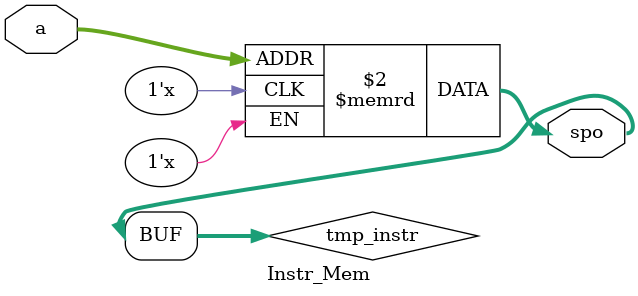
<source format=v>
module Instr_Mem(
    input[9:0] a,
    output[31:0] spo
);
    reg[31:0] Instrs[4095:0];
    reg[31:0] tmp_instr;
    always@(a)begin
        tmp_instr = Instrs[a];
        $display("pc_cur=0x%8X, instr=0x%8X", a, tmp_instr);
    end
    assign spo = tmp_instr;
endmodule // Instr_Mem
</source>
